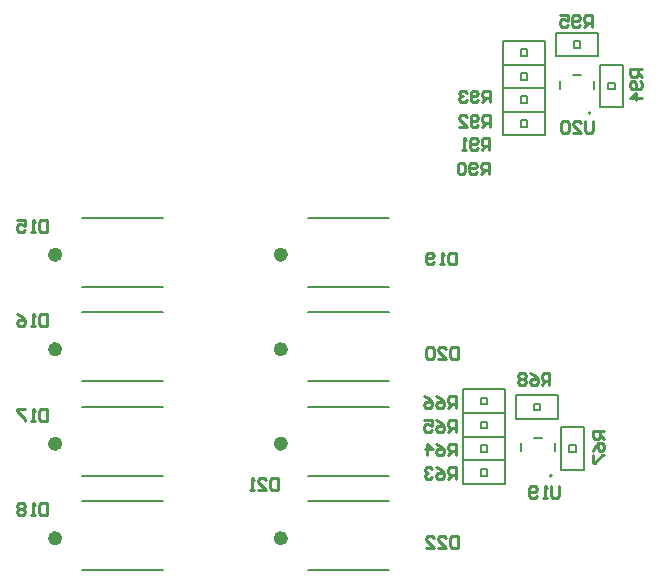
<source format=gbo>
G04*
G04 #@! TF.GenerationSoftware,Altium Limited,Altium Designer,20.0.13 (296)*
G04*
G04 Layer_Color=32896*
%FSLAX44Y44*%
%MOMM*%
G71*
G01*
G75*
%ADD10C,0.2000*%
%ADD11C,0.1270*%
%ADD12C,0.2540*%
%ADD13C,0.1500*%
%ADD50C,0.6096*%
D10*
X938500Y827900D02*
G03*
X938500Y827900I-1000J0D01*
G01*
X905500Y520900D02*
G03*
X905500Y520900I-1000J0D01*
G01*
D11*
X698700Y440800D02*
X767300D01*
X698700Y499200D02*
X767300D01*
X698700Y520800D02*
X767300D01*
X698700Y579200D02*
X767300D01*
X698700Y600800D02*
X767300D01*
X698700Y659200D02*
X767300D01*
X698700Y680800D02*
X767300D01*
X698700Y739200D02*
X767300D01*
X507700Y440800D02*
X576300D01*
X507700Y499200D02*
X576300D01*
X507700Y520800D02*
X576300D01*
X507700Y579200D02*
X576300D01*
X507700Y600800D02*
X576300D01*
X507700Y659200D02*
X576300D01*
X507700Y680800D02*
X576300D01*
X507700Y739200D02*
X576300D01*
X941500Y848700D02*
Y855300D01*
X923650Y860000D02*
X930350D01*
X912500Y848700D02*
Y855300D01*
X908500Y541700D02*
Y548300D01*
X890650Y553000D02*
X897350D01*
X879500Y541700D02*
Y548300D01*
D12*
X826008Y469791D02*
Y459794D01*
X821010D01*
X819343Y461460D01*
Y468125D01*
X821010Y469791D01*
X826008D01*
X809347Y459794D02*
X816011D01*
X809347Y466459D01*
Y468125D01*
X811013Y469791D01*
X814345D01*
X816011Y468125D01*
X799350Y459794D02*
X806014D01*
X799350Y466459D01*
Y468125D01*
X801016Y469791D01*
X804348D01*
X806014Y468125D01*
X673663Y518998D02*
Y509002D01*
X668664D01*
X666998Y510668D01*
Y517332D01*
X668664Y518998D01*
X673663D01*
X657002Y509002D02*
X663666D01*
X657002Y515666D01*
Y517332D01*
X658668Y518998D01*
X662000D01*
X663666Y517332D01*
X653669Y509002D02*
X650337D01*
X652003D01*
Y518998D01*
X653669Y517332D01*
X826008Y629811D02*
Y619814D01*
X821010D01*
X819343Y621480D01*
Y628145D01*
X821010Y629811D01*
X826008D01*
X809347Y619814D02*
X816011D01*
X809347Y626479D01*
Y628145D01*
X811013Y629811D01*
X814345D01*
X816011Y628145D01*
X806014D02*
X804348Y629811D01*
X801016D01*
X799350Y628145D01*
Y621480D01*
X801016Y619814D01*
X804348D01*
X806014Y621480D01*
Y628145D01*
X824230Y709821D02*
Y699824D01*
X819232D01*
X817566Y701490D01*
Y708155D01*
X819232Y709821D01*
X824230D01*
X814233Y699824D02*
X810901D01*
X812567D01*
Y709821D01*
X814233Y708155D01*
X805903Y701490D02*
X804237Y699824D01*
X800904D01*
X799238Y701490D01*
Y708155D01*
X800904Y709821D01*
X804237D01*
X805903Y708155D01*
Y706488D01*
X804237Y704822D01*
X799238D01*
X477868Y497454D02*
Y487457D01*
X472870D01*
X471204Y489123D01*
Y495788D01*
X472870Y497454D01*
X477868D01*
X467871Y487457D02*
X464539D01*
X466205D01*
Y497454D01*
X467871Y495788D01*
X459541D02*
X457875Y497454D01*
X454542D01*
X452876Y495788D01*
Y494122D01*
X454542Y492456D01*
X452876Y490789D01*
Y489123D01*
X454542Y487457D01*
X457875D01*
X459541Y489123D01*
Y490789D01*
X457875Y492456D01*
X459541Y494122D01*
Y495788D01*
X457875Y492456D02*
X454542D01*
X477868Y577474D02*
Y567477D01*
X472870D01*
X471204Y569143D01*
Y575808D01*
X472870Y577474D01*
X477868D01*
X467871Y567477D02*
X464539D01*
X466205D01*
Y577474D01*
X467871Y575808D01*
X459541Y577474D02*
X452876D01*
Y575808D01*
X459541Y569143D01*
Y567477D01*
X477868Y657464D02*
Y647467D01*
X472870D01*
X471204Y649133D01*
Y655798D01*
X472870Y657464D01*
X477868D01*
X467871Y647467D02*
X464539D01*
X466205D01*
Y657464D01*
X467871Y655798D01*
X452876Y657464D02*
X456208Y655798D01*
X459541Y652466D01*
Y649133D01*
X457875Y647467D01*
X454542D01*
X452876Y649133D01*
Y650799D01*
X454542Y652466D01*
X459541D01*
X477868Y737484D02*
Y727487D01*
X472870D01*
X471204Y729153D01*
Y735818D01*
X472870Y737484D01*
X477868D01*
X467871Y727487D02*
X464539D01*
X466205D01*
Y737484D01*
X467871Y735818D01*
X452876Y737484D02*
X459541D01*
Y732486D01*
X456208Y734152D01*
X454542D01*
X452876Y732486D01*
Y729153D01*
X454542Y727487D01*
X457875D01*
X459541Y729153D01*
X939329Y901002D02*
Y910998D01*
X934331D01*
X932664Y909332D01*
Y906000D01*
X934331Y904334D01*
X939329D01*
X935997D02*
X932664Y901002D01*
X929332Y902668D02*
X927666Y901002D01*
X924334D01*
X922668Y902668D01*
Y909332D01*
X924334Y910998D01*
X927666D01*
X929332Y909332D01*
Y907666D01*
X927666Y906000D01*
X922668D01*
X912671Y910998D02*
X919335D01*
Y906000D01*
X916003Y907666D01*
X914337D01*
X912671Y906000D01*
Y902668D01*
X914337Y901002D01*
X917669D01*
X919335Y902668D01*
X981998Y865329D02*
X972002D01*
Y860331D01*
X973668Y858664D01*
X977000D01*
X978666Y860331D01*
Y865329D01*
Y861997D02*
X981998Y858664D01*
X980332Y855332D02*
X981998Y853666D01*
Y850334D01*
X980332Y848668D01*
X973668D01*
X972002Y850334D01*
Y853666D01*
X973668Y855332D01*
X975334D01*
X977000Y853666D01*
Y848668D01*
X981998Y840337D02*
X972002D01*
X977000Y845335D01*
Y838671D01*
X940329Y820998D02*
Y812668D01*
X938663Y811002D01*
X935331D01*
X933664Y812668D01*
Y820998D01*
X923668Y811002D02*
X930332D01*
X923668Y817666D01*
Y819332D01*
X925334Y820998D01*
X928666D01*
X930332Y819332D01*
X920335D02*
X918669Y820998D01*
X915337D01*
X913671Y819332D01*
Y812668D01*
X915337Y811002D01*
X918669D01*
X920335Y812668D01*
Y819332D01*
X852329Y776002D02*
Y785998D01*
X847331D01*
X845665Y784332D01*
Y781000D01*
X847331Y779334D01*
X852329D01*
X848997D02*
X845665Y776002D01*
X842332Y777668D02*
X840666Y776002D01*
X837334D01*
X835668Y777668D01*
Y784332D01*
X837334Y785998D01*
X840666D01*
X842332Y784332D01*
Y782666D01*
X840666Y781000D01*
X835668D01*
X832336Y784332D02*
X830669Y785998D01*
X827337D01*
X825671Y784332D01*
Y777668D01*
X827337Y776002D01*
X830669D01*
X832336Y777668D01*
Y784332D01*
X852663Y797002D02*
Y806998D01*
X847664D01*
X845998Y805332D01*
Y802000D01*
X847664Y800334D01*
X852663D01*
X849331D02*
X845998Y797002D01*
X842666Y798668D02*
X841000Y797002D01*
X837668D01*
X836002Y798668D01*
Y805332D01*
X837668Y806998D01*
X841000D01*
X842666Y805332D01*
Y803666D01*
X841000Y802000D01*
X836002D01*
X832669Y797002D02*
X829337D01*
X831003D01*
Y806998D01*
X832669Y805332D01*
X853329Y816002D02*
Y825998D01*
X848331D01*
X846665Y824332D01*
Y821000D01*
X848331Y819334D01*
X853329D01*
X849997D02*
X846665Y816002D01*
X843332Y817668D02*
X841666Y816002D01*
X838334D01*
X836668Y817668D01*
Y824332D01*
X838334Y825998D01*
X841666D01*
X843332Y824332D01*
Y822666D01*
X841666Y821000D01*
X836668D01*
X826671Y816002D02*
X833335D01*
X826671Y822666D01*
Y824332D01*
X828337Y825998D01*
X831669D01*
X833335Y824332D01*
X853329Y837002D02*
Y846998D01*
X848331D01*
X846665Y845332D01*
Y842000D01*
X848331Y840334D01*
X853329D01*
X849997D02*
X846665Y837002D01*
X843332Y838668D02*
X841666Y837002D01*
X838334D01*
X836668Y838668D01*
Y845332D01*
X838334Y846998D01*
X841666D01*
X843332Y845332D01*
Y843666D01*
X841666Y842000D01*
X836668D01*
X833335Y845332D02*
X831669Y846998D01*
X828337D01*
X826671Y845332D01*
Y843666D01*
X828337Y842000D01*
X830003D01*
X828337D01*
X826671Y840334D01*
Y838668D01*
X828337Y837002D01*
X831669D01*
X833335Y838668D01*
X949998Y558329D02*
X940002D01*
Y553331D01*
X941668Y551665D01*
X945000D01*
X946666Y553331D01*
Y558329D01*
Y554997D02*
X949998Y551665D01*
X940002Y541668D02*
X941668Y545000D01*
X945000Y548332D01*
X948332D01*
X949998Y546666D01*
Y543334D01*
X948332Y541668D01*
X946666D01*
X945000Y543334D01*
Y548332D01*
X940002Y538335D02*
Y531671D01*
X941668D01*
X948332Y538335D01*
X949998D01*
X911496Y511998D02*
Y503668D01*
X909830Y502002D01*
X906498D01*
X904831Y503668D01*
Y511998D01*
X901499Y502002D02*
X898167D01*
X899833D01*
Y511998D01*
X901499Y510332D01*
X893168Y503668D02*
X891502Y502002D01*
X888170D01*
X886504Y503668D01*
Y510332D01*
X888170Y511998D01*
X891502D01*
X893168Y510332D01*
Y508666D01*
X891502Y507000D01*
X886504D01*
X824360Y578075D02*
Y588072D01*
X819361D01*
X817695Y586406D01*
Y583074D01*
X819361Y581407D01*
X824360D01*
X821027D02*
X817695Y578075D01*
X807698Y588072D02*
X811031Y586406D01*
X814363Y583074D01*
Y579741D01*
X812697Y578075D01*
X809364D01*
X807698Y579741D01*
Y581407D01*
X809364Y583074D01*
X814363D01*
X797701Y588072D02*
X801034Y586406D01*
X804366Y583074D01*
Y579741D01*
X802700Y578075D01*
X799368D01*
X797701Y579741D01*
Y581407D01*
X799368Y583074D01*
X804366D01*
X824344Y558083D02*
Y568080D01*
X819345D01*
X817679Y566414D01*
Y563082D01*
X819345Y561415D01*
X824344D01*
X821011D02*
X817679Y558083D01*
X807682Y568080D02*
X811015Y566414D01*
X814347Y563082D01*
Y559749D01*
X812681Y558083D01*
X809348D01*
X807682Y559749D01*
Y561415D01*
X809348Y563082D01*
X814347D01*
X797685Y568080D02*
X804350D01*
Y563082D01*
X801018Y564748D01*
X799352D01*
X797685Y563082D01*
Y559749D01*
X799352Y558083D01*
X802684D01*
X804350Y559749D01*
X824488Y538085D02*
Y548082D01*
X819489D01*
X817823Y546416D01*
Y543083D01*
X819489Y541417D01*
X824488D01*
X821155D02*
X817823Y538085D01*
X807826Y548082D02*
X811159Y546416D01*
X814491Y543083D01*
Y539751D01*
X812825Y538085D01*
X809492D01*
X807826Y539751D01*
Y541417D01*
X809492Y543083D01*
X814491D01*
X799496Y538085D02*
Y548082D01*
X804494Y543083D01*
X797830D01*
X824404Y517893D02*
Y527890D01*
X819405D01*
X817739Y526224D01*
Y522892D01*
X819405Y521225D01*
X824404D01*
X821071D02*
X817739Y517893D01*
X807742Y527890D02*
X811075Y526224D01*
X814407Y522892D01*
Y519559D01*
X812741Y517893D01*
X809408D01*
X807742Y519559D01*
Y521225D01*
X809408Y522892D01*
X814407D01*
X804410Y526224D02*
X802744Y527890D01*
X799412D01*
X797746Y526224D01*
Y524558D01*
X799412Y522892D01*
X801078D01*
X799412D01*
X797746Y521225D01*
Y519559D01*
X799412Y517893D01*
X802744D01*
X804410Y519559D01*
X903489Y597450D02*
Y607447D01*
X898491D01*
X896824Y605781D01*
Y602448D01*
X898491Y600782D01*
X903489D01*
X900157D02*
X896824Y597450D01*
X886828Y607447D02*
X890160Y605781D01*
X893492Y602448D01*
Y599116D01*
X891826Y597450D01*
X888494D01*
X886828Y599116D01*
Y600782D01*
X888494Y602448D01*
X893492D01*
X883495Y605781D02*
X881829Y607447D01*
X878497D01*
X876831Y605781D01*
Y604114D01*
X878497Y602448D01*
X876831Y600782D01*
Y599116D01*
X878497Y597450D01*
X881829D01*
X883495Y599116D01*
Y600782D01*
X881829Y602448D01*
X883495Y604114D01*
Y605781D01*
X881829Y602448D02*
X878497D01*
D13*
X929750Y883250D02*
Y889000D01*
X924250D02*
X929750D01*
X924250Y883250D02*
Y889000D01*
Y883250D02*
X929750D01*
X909000Y876000D02*
X945000D01*
Y896000D01*
X909000Y876000D02*
Y896000D01*
X945000D01*
X953000Y853750D02*
X958750D01*
X953000Y848250D02*
Y853750D01*
Y848250D02*
X958750D01*
Y853750D01*
X966000Y833000D02*
Y869000D01*
X946000D02*
X966000D01*
X946000Y833000D02*
X966000D01*
X946000D02*
Y869000D01*
X879250Y816000D02*
Y821750D01*
Y816000D02*
X884750D01*
Y821750D01*
X879250D02*
X884750D01*
X864000Y829000D02*
X900000D01*
X864000Y809000D02*
Y829000D01*
X900000Y809000D02*
Y829000D01*
X864000Y809000D02*
X900000D01*
X884750Y836250D02*
Y842000D01*
X879250D02*
X884750D01*
X879250Y836250D02*
Y842000D01*
Y836250D02*
X884750D01*
X864000Y829000D02*
X900000D01*
Y849000D01*
X864000Y829000D02*
Y849000D01*
X900000D01*
X879250Y856000D02*
Y861750D01*
Y856000D02*
X884750D01*
Y861750D01*
X879250D02*
X884750D01*
X864000Y869000D02*
X900000D01*
X864000Y849000D02*
Y869000D01*
X900000Y849000D02*
Y869000D01*
X864000Y849000D02*
X900000D01*
X884750Y876250D02*
Y882000D01*
X879250D02*
X884750D01*
X879250Y876250D02*
Y882000D01*
Y876250D02*
X884750D01*
X864000Y869000D02*
X900000D01*
Y889000D01*
X864000Y869000D02*
Y889000D01*
X900000D01*
X920000Y546750D02*
X925750D01*
X920000Y541250D02*
Y546750D01*
Y541250D02*
X925750D01*
Y546750D01*
X933000Y526000D02*
Y562000D01*
X913000D02*
X933000D01*
X913000Y526000D02*
X933000D01*
X913000D02*
Y562000D01*
X850750Y581250D02*
Y587000D01*
X845250D02*
X850750D01*
X845250Y581250D02*
Y587000D01*
Y581250D02*
X850750D01*
X830000Y574000D02*
X866000D01*
Y594000D01*
X830000Y574000D02*
Y594000D01*
X866000D01*
X845250Y561000D02*
Y566750D01*
Y561000D02*
X850750D01*
Y566750D01*
X845250D02*
X850750D01*
X830000Y574000D02*
X866000D01*
X830000Y554000D02*
Y574000D01*
X866000Y554000D02*
Y574000D01*
X830000Y554000D02*
X866000D01*
X850750Y541250D02*
Y547000D01*
X845250D02*
X850750D01*
X845250Y541250D02*
Y547000D01*
Y541250D02*
X850750D01*
X830000Y534000D02*
X866000D01*
Y554000D01*
X830000Y534000D02*
Y554000D01*
X866000D01*
X845250Y521000D02*
Y526750D01*
Y521000D02*
X850750D01*
Y526750D01*
X845250D02*
X850750D01*
X830000Y534000D02*
X866000D01*
X830000Y514000D02*
Y534000D01*
X866000Y514000D02*
Y534000D01*
X830000Y514000D02*
X866000D01*
X895750Y576250D02*
Y582000D01*
X890250D02*
X895750D01*
X890250Y576250D02*
Y582000D01*
Y576250D02*
X895750D01*
X875000Y569000D02*
X911000D01*
Y589000D01*
X875000Y569000D02*
Y589000D01*
X911000D01*
D50*
X679162Y468000D02*
G03*
X679162Y468000I-3162J0D01*
G01*
X679162Y548000D02*
G03*
X679162Y548000I-3162J0D01*
G01*
Y628000D02*
G03*
X679162Y628000I-3162J0D01*
G01*
X679162Y708000D02*
G03*
X679162Y708000I-3162J0D01*
G01*
X488162Y468000D02*
G03*
X488162Y468000I-3162J0D01*
G01*
X488162Y548000D02*
G03*
X488162Y548000I-3162J0D01*
G01*
Y628000D02*
G03*
X488162Y628000I-3162J0D01*
G01*
X488162Y708000D02*
G03*
X488162Y708000I-3162J0D01*
G01*
M02*

</source>
